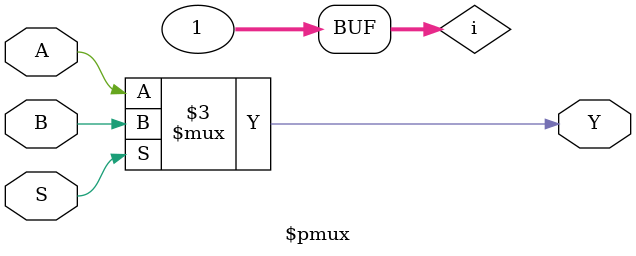
<source format=v>
/* =====================================================================
-- This techmap is used to convert a pmux cell to multiple simple
-- 2-input multiplexer instances. A pmux cell in this context is used to
-- multiplex between many inputs using a one-hot select signal. See
-- https://yosyshq.readthedocs.io/projects/yosys/en/latest/cell/word_mux.html#multiplexers
-- for more information.
--
-- This techmap is based on an answer in a reddit thread:
-- https://www.reddit.com/r/yosys/comments/1t0o5y/is_there_any_option_to_convert_pmux_to_many_mux/
-- =====================================================================
*/
module \$pmux (A, B, S, Y);

wire [1023:0] _TECHMAP_DO_ = "proc; clean";

parameter WIDTH = 1;
parameter S_WIDTH = 1;

input [WIDTH-1:0] A;
input [WIDTH*S_WIDTH-1:0] B;
input [S_WIDTH-1:0] S;
output reg [WIDTH-1:0] Y;

integer i;

always @* begin
	Y <= A;
	for (i = 0; i < S_WIDTH; i=i+1)
		if (S[i]) Y <= B[WIDTH*i +: WIDTH];
end

endmodule

</source>
